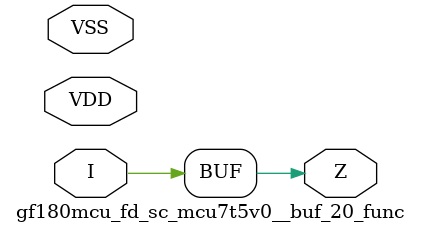
<source format=v>

module gf180mcu_fd_sc_mcu7t5v0__buf_20_func( I, Z, VDD, VSS );
input I;
inout VDD, VSS;
output Z;

	buf MGM_BG_0( Z, I );

endmodule

</source>
